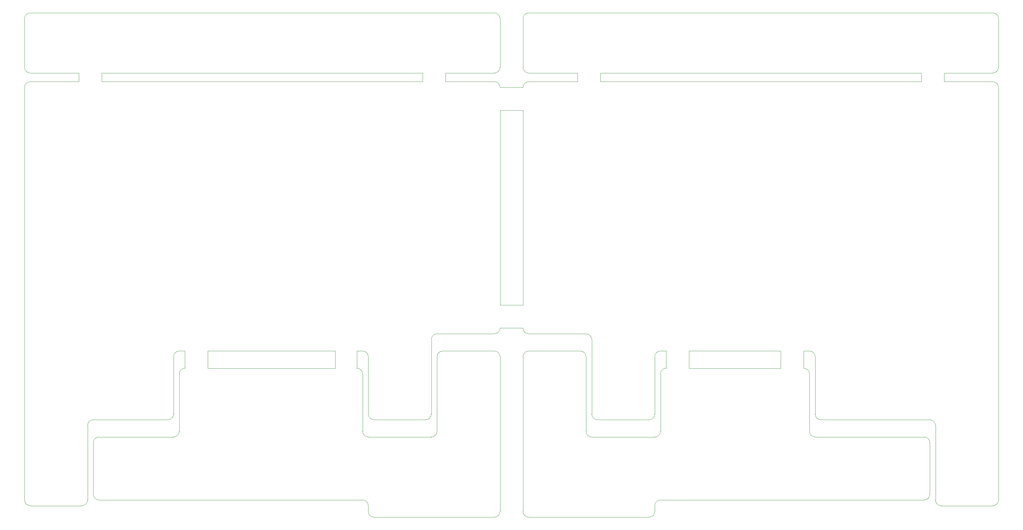
<source format=gbr>
G04 #@! TF.GenerationSoftware,KiCad,Pcbnew,(6.0.1-0)*
G04 #@! TF.CreationDate,2022-04-23T14:38:49+10:00*
G04 #@! TF.ProjectId,pcb,7063622e-6b69-4636-9164-5f7063625858,rev?*
G04 #@! TF.SameCoordinates,Original*
G04 #@! TF.FileFunction,Profile,NP*
%FSLAX46Y46*%
G04 Gerber Fmt 4.6, Leading zero omitted, Abs format (unit mm)*
G04 Created by KiCad (PCBNEW (6.0.1-0)) date 2022-04-23 14:38:49*
%MOMM*%
%LPD*%
G01*
G04 APERTURE LIST*
G04 #@! TA.AperFunction,Profile*
%ADD10C,0.100000*%
G04 #@! TD*
G04 APERTURE END LIST*
D10*
X210343750Y-102393750D02*
G75*
G03*
X211931250Y-103981250I1587500J0D01*
G01*
X103981250Y-108743750D02*
G75*
G03*
X105568750Y-107156250I0J1587500D01*
G01*
X-8731250Y-6350000D02*
G75*
G03*
X-7143750Y-7937500I1587500J0D01*
G01*
X-7143750Y-7937500D02*
X6350000Y-7937500D01*
X42068750Y-89693750D02*
X42068750Y-84931250D01*
X261143750Y-126206250D02*
X261143750Y-11906250D01*
X121443750Y-10318750D02*
X107950000Y-10318750D01*
X-7143750Y-10318750D02*
X6350000Y-10318750D01*
X11906250Y-126206250D02*
X84931250Y-126206250D01*
X6350000Y-7937500D02*
X6350000Y-10318750D01*
X164306250Y-130968750D02*
G75*
G03*
X165893750Y-129381250I0J1587500D01*
G01*
X167481250Y-126206250D02*
X240506250Y-126206250D01*
X148431250Y-102393750D02*
G75*
G03*
X150018750Y-103981250I1587500J0D01*
G01*
X261143750Y7143750D02*
G75*
G03*
X259556250Y8731250I-1587500J0D01*
G01*
X150812500Y-7937500D02*
X239712500Y-7937500D01*
X84931250Y-107156250D02*
G75*
G03*
X86518750Y-108743750I1587500J0D01*
G01*
X148431250Y-81756250D02*
X148431250Y-102393750D01*
X129381250Y-72231250D02*
X123031250Y-72231250D01*
X129381250Y-78581250D02*
X123031250Y-78581250D01*
X200818750Y-89693750D02*
X200818750Y-84931250D01*
X105568750Y-80168750D02*
X121443750Y-80168750D01*
X240506250Y-108743750D02*
X210343750Y-108743750D01*
X35718750Y-89693750D02*
G75*
G03*
X34131250Y-91281250I0J-1587500D01*
G01*
X208756250Y-107156250D02*
G75*
G03*
X210343750Y-108743750I1587500J0D01*
G01*
X245268750Y-127793750D02*
X259556250Y-127793750D01*
X123031250Y-72231250D02*
X123031250Y-18256250D01*
X239712500Y-7937500D02*
X239712500Y-10318750D01*
X246062500Y-7937500D02*
X259556250Y-7937500D01*
X86518750Y-86518750D02*
G75*
G03*
X84931250Y-84931250I-1587500J0D01*
G01*
X11906250Y-108743750D02*
X32543750Y-108743750D01*
X88106250Y-103981250D02*
X102393750Y-103981250D01*
X86518750Y-127793750D02*
X86518750Y-129381250D01*
X164306250Y-103981250D02*
G75*
G03*
X165893750Y-102393750I0J1587500D01*
G01*
X123031250Y7143750D02*
G75*
G03*
X121443750Y8731250I-1587500J0D01*
G01*
X211931250Y-103981250D02*
X242093750Y-103981250D01*
X77374750Y-84931250D02*
X77374750Y-89693750D01*
X145256250Y-84931250D02*
X130968750Y-84931250D01*
X129381250Y-129381250D02*
G75*
G03*
X130968750Y-130968750I1587500J0D01*
G01*
X165893750Y-108743750D02*
G75*
G03*
X167481250Y-107156250I0J1587500D01*
G01*
X-8731250Y-126206250D02*
G75*
G03*
X-7143750Y-127793750I1587500J0D01*
G01*
X107950000Y-7937500D02*
X107950000Y-10318750D01*
X123031250Y-86518750D02*
G75*
G03*
X121443750Y-84931250I-1587500J0D01*
G01*
X165893750Y-129381250D02*
X165893750Y-127793750D01*
X77374750Y-89693750D02*
X42068750Y-89693750D01*
X167481250Y-126206250D02*
G75*
G03*
X165893750Y-127793750I0J-1587500D01*
G01*
X88106250Y-130968750D02*
X121443750Y-130968750D01*
X-7143750Y-10318750D02*
G75*
G03*
X-8731250Y-11906250I0J-1587500D01*
G01*
X103981250Y-108743750D02*
X86518750Y-108743750D01*
X259556250Y-7937500D02*
G75*
G03*
X261143750Y-6350000I0J1587500D01*
G01*
X34131250Y-84931250D02*
X35718750Y-84931250D01*
X105568750Y-80168750D02*
G75*
G03*
X103981250Y-81756250I0J-1587500D01*
G01*
X10318750Y-124618750D02*
G75*
G03*
X11906250Y-126206250I1587500J0D01*
G01*
X246062500Y-7937500D02*
X246062500Y-10318750D01*
X130968750Y-7937500D02*
X144462500Y-7937500D01*
X129381250Y-6350000D02*
G75*
G03*
X130968750Y-7937500I1587500J0D01*
G01*
X42068750Y-84931250D02*
X77374750Y-84931250D01*
X167481250Y-84931250D02*
G75*
G03*
X165893750Y-86518750I0J-1587500D01*
G01*
X10318750Y-110331250D02*
X10318750Y-124618750D01*
X175418750Y-89693750D02*
X200818750Y-89693750D01*
X105568750Y-86518750D02*
X105568750Y-107156250D01*
X7143750Y-127793750D02*
G75*
G03*
X8731250Y-126206250I0J1587500D01*
G01*
X84931250Y-107156250D02*
X84931250Y-91281250D01*
X123031250Y-11906250D02*
G75*
G03*
X121443750Y-10318750I-1587500J0D01*
G01*
X8731250Y-126206250D02*
X8731250Y-105568750D01*
X210343750Y-86518750D02*
X210343750Y-102393750D01*
X146843750Y-107156250D02*
G75*
G03*
X148431250Y-108743750I1587500J0D01*
G01*
X34131250Y-84931250D02*
G75*
G03*
X32543750Y-86518750I0J-1587500D01*
G01*
X261143750Y-11906250D02*
G75*
G03*
X259556250Y-10318750I-1587500J0D01*
G01*
X102393750Y-103981250D02*
G75*
G03*
X103981250Y-102393750I0J1587500D01*
G01*
X86518750Y-127793750D02*
G75*
G03*
X84931250Y-126206250I-1587500J0D01*
G01*
X130968750Y-10318750D02*
X144462500Y-10318750D01*
X167481250Y-84931250D02*
X169068750Y-84931250D01*
X86518750Y-86518750D02*
X86518750Y-102393750D01*
X150812500Y-10318750D02*
X150812500Y-7937500D01*
X103981250Y-102393750D02*
X103981250Y-81756250D01*
X86518750Y-129381250D02*
G75*
G03*
X88106250Y-130968750I1587500J0D01*
G01*
X84931250Y-84931250D02*
X83343750Y-84931250D01*
X208756250Y-107156250D02*
X208756250Y-91281250D01*
X107156250Y-84931250D02*
G75*
G03*
X105568750Y-86518750I0J-1587500D01*
G01*
X240506250Y-126206250D02*
G75*
G03*
X242093750Y-124618750I0J1587500D01*
G01*
X32543750Y-108743750D02*
G75*
G03*
X34131250Y-107156250I0J1587500D01*
G01*
X84931250Y-91281250D02*
G75*
G03*
X83343750Y-89693750I-1587500J0D01*
G01*
X169068750Y-89693750D02*
G75*
G03*
X167481250Y-91281250I0J-1587500D01*
G01*
X123031250Y-129381250D02*
X123031250Y-86518750D01*
X242093750Y-110331250D02*
G75*
G03*
X240506250Y-108743750I-1587500J0D01*
G01*
X-7143750Y-127793750D02*
X7143750Y-127793750D01*
X130968750Y-130968750D02*
X164306250Y-130968750D01*
X10318750Y-103981250D02*
X30956250Y-103981250D01*
X261143750Y-6350000D02*
X261143750Y7143750D01*
X208756250Y-84931250D02*
X207168750Y-84931250D01*
X35718750Y-89693750D02*
X35718750Y-84931250D01*
X-8731250Y-11906250D02*
X-8731250Y-126206250D01*
X129381250Y-18256250D02*
X129381250Y-72231250D01*
X-8731250Y7143750D02*
X-8731250Y-6350000D01*
X129381250Y7143750D02*
X129381250Y-6350000D01*
X83343750Y-89693750D02*
X83343750Y-84931250D01*
X239712500Y-10318750D02*
X150812500Y-10318750D01*
X-7143750Y8731250D02*
G75*
G03*
X-8731250Y7143750I0J-1587500D01*
G01*
X146843750Y-107156250D02*
X146843750Y-86518750D01*
X129381250Y-78581250D02*
G75*
G03*
X130968750Y-80168750I1587500J0D01*
G01*
X121443750Y-7937500D02*
X107950000Y-7937500D01*
X169068750Y-89693750D02*
X169068750Y-84931250D01*
X259556250Y-10318750D02*
X246062500Y-10318750D01*
X34131250Y-91281250D02*
X34131250Y-107156250D01*
X148431250Y-81756250D02*
G75*
G03*
X146843750Y-80168750I-1587500J0D01*
G01*
X146843750Y-86518750D02*
G75*
G03*
X145256250Y-84931250I-1587500J0D01*
G01*
X130968750Y-84931250D02*
G75*
G03*
X129381250Y-86518750I0J-1587500D01*
G01*
X30956250Y-103981250D02*
G75*
G03*
X32543750Y-102393750I0J1587500D01*
G01*
X12700000Y-7937500D02*
X101600000Y-7937500D01*
X208756250Y-91281250D02*
G75*
G03*
X207168750Y-89693750I-1587500J0D01*
G01*
X121443750Y-130968750D02*
G75*
G03*
X123031250Y-129381250I0J1587500D01*
G01*
X243681250Y-105568750D02*
X243681250Y-126206250D01*
X129381250Y-86518750D02*
X129381250Y-129381250D01*
X165893750Y-102393750D02*
X165893750Y-86518750D01*
X101600000Y-7937500D02*
X101600000Y-10318750D01*
X243681250Y-126206250D02*
G75*
G03*
X245268750Y-127793750I1587500J0D01*
G01*
X12700000Y-10318750D02*
X12700000Y-7937500D01*
X150018750Y-103981250D02*
X164306250Y-103981250D01*
X165893750Y-108743750D02*
X148431250Y-108743750D01*
X175418750Y-84931250D02*
X175418750Y-89693750D01*
X121443750Y-84931250D02*
X107156250Y-84931250D01*
X207168750Y-89693750D02*
X207168750Y-84931250D01*
X11906250Y-108743750D02*
G75*
G03*
X10318750Y-110331250I0J-1587500D01*
G01*
X121443750Y-7937500D02*
G75*
G03*
X123031250Y-6350000I0J1587500D01*
G01*
X121443750Y-80168750D02*
G75*
G03*
X123031250Y-78581250I0J1587500D01*
G01*
X130968750Y-10318750D02*
G75*
G03*
X129381250Y-11906250I0J-1587500D01*
G01*
X130968750Y8731250D02*
G75*
G03*
X129381250Y7143750I0J-1587500D01*
G01*
X144462500Y-10318750D02*
X144462500Y-7937500D01*
X243681250Y-105568750D02*
G75*
G03*
X242093750Y-103981250I-1587500J0D01*
G01*
X130968750Y-80168750D02*
X146843750Y-80168750D01*
X121443750Y8731250D02*
X-7143750Y8731250D01*
X167481250Y-91281250D02*
X167481250Y-107156250D01*
X123031250Y7143750D02*
X123031250Y-6350000D01*
X101600000Y-10318750D02*
X12700000Y-10318750D01*
X130968750Y8731250D02*
X259556250Y8731250D01*
X200818750Y-84931250D02*
X175418750Y-84931250D01*
X123031250Y-18256250D02*
X129381250Y-18256250D01*
X242093750Y-124618750D02*
X242093750Y-110331250D01*
X10318750Y-103981250D02*
G75*
G03*
X8731250Y-105568750I0J-1587500D01*
G01*
X86518750Y-102393750D02*
G75*
G03*
X88106250Y-103981250I1587500J0D01*
G01*
X32543750Y-102393750D02*
X32543750Y-86518750D01*
X210343750Y-86518750D02*
G75*
G03*
X208756250Y-84931250I-1587500J0D01*
G01*
X123031250Y-11906250D02*
X129381250Y-11906250D01*
X259556250Y-127793750D02*
G75*
G03*
X261143750Y-126206250I0J1587500D01*
G01*
M02*

</source>
